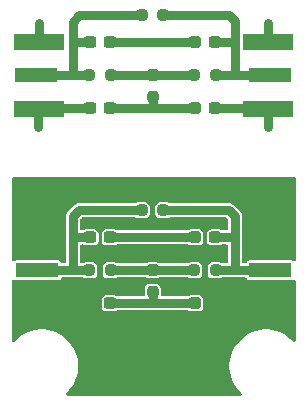
<source format=gbr>
%TF.GenerationSoftware,KiCad,Pcbnew,8.0.2*%
%TF.CreationDate,2025-01-11T01:23:29-03:00*%
%TF.ProjectId,preenfasis,70726565-6e66-4617-9369-732e6b696361,v1.3*%
%TF.SameCoordinates,Original*%
%TF.FileFunction,Copper,L1,Top*%
%TF.FilePolarity,Positive*%
%FSLAX46Y46*%
G04 Gerber Fmt 4.6, Leading zero omitted, Abs format (unit mm)*
G04 Created by KiCad (PCBNEW 8.0.2) date 2025-01-11 01:23:29*
%MOMM*%
%LPD*%
G01*
G04 APERTURE LIST*
G04 Aperture macros list*
%AMRoundRect*
0 Rectangle with rounded corners*
0 $1 Rounding radius*
0 $2 $3 $4 $5 $6 $7 $8 $9 X,Y pos of 4 corners*
0 Add a 4 corners polygon primitive as box body*
4,1,4,$2,$3,$4,$5,$6,$7,$8,$9,$2,$3,0*
0 Add four circle primitives for the rounded corners*
1,1,$1+$1,$2,$3*
1,1,$1+$1,$4,$5*
1,1,$1+$1,$6,$7*
1,1,$1+$1,$8,$9*
0 Add four rect primitives between the rounded corners*
20,1,$1+$1,$2,$3,$4,$5,0*
20,1,$1+$1,$4,$5,$6,$7,0*
20,1,$1+$1,$6,$7,$8,$9,0*
20,1,$1+$1,$8,$9,$2,$3,0*%
G04 Aperture macros list end*
%TA.AperFunction,SMDPad,CuDef*%
%ADD10RoundRect,0.237500X-0.287500X-0.237500X0.287500X-0.237500X0.287500X0.237500X-0.287500X0.237500X0*%
%TD*%
%TA.AperFunction,SMDPad,CuDef*%
%ADD11RoundRect,0.237500X-0.250000X-0.237500X0.250000X-0.237500X0.250000X0.237500X-0.250000X0.237500X0*%
%TD*%
%TA.AperFunction,SMDPad,CuDef*%
%ADD12RoundRect,0.237500X-0.237500X0.250000X-0.237500X-0.250000X0.237500X-0.250000X0.237500X0.250000X0*%
%TD*%
%TA.AperFunction,SMDPad,CuDef*%
%ADD13R,3.600000X1.270000*%
%TD*%
%TA.AperFunction,SMDPad,CuDef*%
%ADD14R,4.200000X1.350000*%
%TD*%
%TA.AperFunction,SMDPad,CuDef*%
%ADD15RoundRect,0.237500X-0.300000X-0.237500X0.300000X-0.237500X0.300000X0.237500X-0.300000X0.237500X0*%
%TD*%
%TA.AperFunction,ViaPad*%
%ADD16C,0.600000*%
%TD*%
%TA.AperFunction,Conductor*%
%ADD17C,0.800000*%
%TD*%
G04 APERTURE END LIST*
D10*
%TO.P,L2,1,1*%
%TO.N,Net-(C2-Pad2)*%
X115965000Y-91694000D03*
%TO.P,L2,2,2*%
%TO.N,Net-(J1-Ext)*%
X117715000Y-91694000D03*
%TD*%
D11*
%TO.P,R7,1*%
%TO.N,Net-(J3-In)*%
X107037500Y-72390000D03*
%TO.P,R7,2*%
%TO.N,Net-(R6-Pad1)*%
X108862500Y-72390000D03*
%TD*%
D10*
%TO.P,L1,1,1*%
%TO.N,Net-(C1-Pad2)*%
X115965000Y-86106000D03*
%TO.P,L1,2,2*%
%TO.N,Net-(J2-In)*%
X117715000Y-86106000D03*
%TD*%
D11*
%TO.P,R8,1*%
%TO.N,Net-(R6-Pad1)*%
X115927500Y-72390000D03*
%TO.P,R8,2*%
%TO.N,Net-(J4-In)*%
X117752500Y-72390000D03*
%TD*%
%TO.P,R4,1*%
%TO.N,Net-(R2-Pad1)*%
X115927500Y-88900000D03*
%TO.P,R4,2*%
%TO.N,Net-(J2-In)*%
X117752500Y-88900000D03*
%TD*%
D12*
%TO.P,R2,1*%
%TO.N,Net-(R2-Pad1)*%
X112395000Y-88900000D03*
%TO.P,R2,2*%
%TO.N,Net-(C2-Pad2)*%
X112395000Y-90725000D03*
%TD*%
D13*
%TO.P,J3,1,In*%
%TO.N,Net-(J3-In)*%
X102543000Y-72390000D03*
D14*
%TO.P,J3,2,Ext*%
%TO.N,Net-(J3-Ext)*%
X102743000Y-69565000D03*
X102743000Y-75215000D03*
%TD*%
D15*
%TO.P,C2,1*%
%TO.N,Net-(J1-Ext)*%
X107087500Y-91694000D03*
%TO.P,C2,2*%
%TO.N,Net-(C2-Pad2)*%
X108812500Y-91694000D03*
%TD*%
D11*
%TO.P,R1,1*%
%TO.N,Net-(J1-In)*%
X111482500Y-83820000D03*
%TO.P,R1,2*%
%TO.N,Net-(J2-In)*%
X113307500Y-83820000D03*
%TD*%
D15*
%TO.P,C1,1*%
%TO.N,Net-(J1-In)*%
X107087500Y-86106000D03*
%TO.P,C1,2*%
%TO.N,Net-(C1-Pad2)*%
X108812500Y-86106000D03*
%TD*%
%TO.P,C3,1*%
%TO.N,Net-(J3-In)*%
X107087500Y-69596000D03*
%TO.P,C3,2*%
%TO.N,Net-(C3-Pad2)*%
X108812500Y-69596000D03*
%TD*%
D10*
%TO.P,L3,1,1*%
%TO.N,Net-(C3-Pad2)*%
X115965000Y-69596000D03*
%TO.P,L3,2,2*%
%TO.N,Net-(J4-In)*%
X117715000Y-69596000D03*
%TD*%
D11*
%TO.P,R5,1*%
%TO.N,Net-(J3-In)*%
X111482500Y-67310000D03*
%TO.P,R5,2*%
%TO.N,Net-(J4-In)*%
X113307500Y-67310000D03*
%TD*%
D13*
%TO.P,J2,1,In*%
%TO.N,Net-(J2-In)*%
X122374000Y-88900000D03*
D14*
%TO.P,J2,2,Ext*%
%TO.N,Net-(J1-Ext)*%
X122174000Y-91725000D03*
X122174000Y-86075000D03*
%TD*%
D12*
%TO.P,R6,1*%
%TO.N,Net-(R6-Pad1)*%
X112395000Y-72390000D03*
%TO.P,R6,2*%
%TO.N,Net-(C4-Pad2)*%
X112395000Y-74215000D03*
%TD*%
D13*
%TO.P,J4,1,In*%
%TO.N,Net-(J4-In)*%
X122374000Y-72390000D03*
D14*
%TO.P,J4,2,Ext*%
%TO.N,Net-(J3-Ext)*%
X122174000Y-75215000D03*
X122174000Y-69565000D03*
%TD*%
D13*
%TO.P,J1,1,In*%
%TO.N,Net-(J1-In)*%
X102616000Y-88900000D03*
D14*
%TO.P,J1,2,Ext*%
%TO.N,Net-(J1-Ext)*%
X102816000Y-86075000D03*
X102816000Y-91725000D03*
%TD*%
D15*
%TO.P,C4,1*%
%TO.N,Net-(J3-Ext)*%
X107087500Y-75184000D03*
%TO.P,C4,2*%
%TO.N,Net-(C4-Pad2)*%
X108812500Y-75184000D03*
%TD*%
D11*
%TO.P,R3,1*%
%TO.N,Net-(J1-In)*%
X107037500Y-88900000D03*
%TO.P,R3,2*%
%TO.N,Net-(R2-Pad1)*%
X108862500Y-88900000D03*
%TD*%
D10*
%TO.P,L4,1,1*%
%TO.N,Net-(C4-Pad2)*%
X115965000Y-75184000D03*
%TO.P,L4,2,2*%
%TO.N,Net-(J3-Ext)*%
X117715000Y-75184000D03*
%TD*%
D16*
%TO.N,Net-(J1-Ext)*%
X115500000Y-90000000D03*
X112000000Y-85000000D03*
X122500000Y-87700000D03*
X113000000Y-82500000D03*
X113000000Y-85000000D03*
X118500000Y-93000000D03*
X120000000Y-83500000D03*
X104000000Y-87700000D03*
X104500000Y-84000000D03*
X105000000Y-83000000D03*
X109000000Y-85000000D03*
X116250000Y-92750000D03*
X121500000Y-87700000D03*
X116500000Y-90000000D03*
X101000000Y-90100000D03*
X115000000Y-82500000D03*
X116000000Y-85000000D03*
X119000000Y-82500000D03*
X102816000Y-84455000D03*
X107000000Y-87500000D03*
X113250000Y-92750000D03*
X117500000Y-90000000D03*
X122174000Y-93319600D03*
X120500000Y-87700000D03*
X114250000Y-92750000D03*
X110000000Y-82500000D03*
X107000000Y-85000000D03*
X117500000Y-93000000D03*
X106000000Y-93000000D03*
X104000000Y-90100000D03*
X110000000Y-87500000D03*
X111000000Y-85000000D03*
X119500000Y-90000000D03*
X115250000Y-92750000D03*
X121500000Y-90100000D03*
X122174000Y-84531200D03*
X111250000Y-92750000D03*
X119500000Y-93000000D03*
X112000000Y-87500000D03*
X118000000Y-87500000D03*
X110000000Y-85000000D03*
X122500000Y-90100000D03*
X103000000Y-90100000D03*
X120500000Y-90100000D03*
X123500000Y-90100000D03*
X117000000Y-87500000D03*
X107000000Y-93000000D03*
X109000000Y-82500000D03*
X120500000Y-84500000D03*
X118000000Y-85000000D03*
X114000000Y-82500000D03*
X115000000Y-85000000D03*
X110250000Y-92750000D03*
X108000000Y-82500000D03*
X117000000Y-82500000D03*
X116000000Y-87500000D03*
X108000000Y-85000000D03*
X102816000Y-93345000D03*
X117000000Y-85000000D03*
X105000000Y-90000000D03*
X116000000Y-82500000D03*
X113500000Y-90000000D03*
X108000000Y-87500000D03*
X102000000Y-90100000D03*
X107000000Y-82500000D03*
X111000000Y-87500000D03*
X115000000Y-87500000D03*
X113000000Y-87500000D03*
X112250000Y-92750000D03*
X109000000Y-87500000D03*
X106000000Y-82500000D03*
X101000000Y-87700000D03*
X114500000Y-90000000D03*
X103000000Y-87700000D03*
X118000000Y-82500000D03*
X110000000Y-90000000D03*
X109000000Y-90000000D03*
X111000000Y-90000000D03*
X112000000Y-82500000D03*
X123500000Y-87700000D03*
X107000000Y-90000000D03*
X111000000Y-82500000D03*
X109250000Y-92750000D03*
X114000000Y-85000000D03*
X106000000Y-90000000D03*
X118500000Y-90000000D03*
X102000000Y-87700000D03*
X108000000Y-90000000D03*
X114000000Y-87500000D03*
X108250000Y-92750000D03*
%TO.N,Net-(J3-Ext)*%
X102768400Y-67968500D03*
X122174000Y-67968500D03*
X122174000Y-76782300D03*
X102725000Y-76731500D03*
%TD*%
D17*
%TO.N,Net-(J1-In)*%
X105664000Y-86106000D02*
X105664000Y-84328000D01*
X105664000Y-88900000D02*
X107037500Y-88900000D01*
X106172000Y-83820000D02*
X111482500Y-83820000D01*
X105664000Y-84328000D02*
X106172000Y-83820000D01*
X102416000Y-88900000D02*
X105664000Y-88900000D01*
X105664000Y-88900000D02*
X105664000Y-86106000D01*
X107087500Y-86106000D02*
X105664000Y-86106000D01*
%TO.N,Net-(C1-Pad2)*%
X108812500Y-86106000D02*
X115965000Y-86106000D01*
%TO.N,Net-(C2-Pad2)*%
X112395000Y-90725000D02*
X112395000Y-91694000D01*
X108812500Y-91694000D02*
X112395000Y-91694000D01*
X112395000Y-91694000D02*
X115965000Y-91694000D01*
%TO.N,Net-(J1-Ext)*%
X122174000Y-86075000D02*
X122174000Y-84531200D01*
X102816000Y-93345000D02*
X102816000Y-91725000D01*
X117715000Y-91694000D02*
X122324000Y-91694000D01*
X122174000Y-91725000D02*
X122174000Y-93319600D01*
X102816000Y-84455000D02*
X102816000Y-86075000D01*
X107056500Y-91725000D02*
X107087500Y-91694000D01*
X102816000Y-91725000D02*
X107056500Y-91725000D01*
%TO.N,Net-(J2-In)*%
X122555000Y-88900000D02*
X119380000Y-88900000D01*
X119380000Y-84328000D02*
X118872000Y-83820000D01*
X119380000Y-88900000D02*
X117752500Y-88900000D01*
X118872000Y-83820000D02*
X113307500Y-83820000D01*
X119380000Y-86106000D02*
X119380000Y-88900000D01*
X119380000Y-86106000D02*
X119380000Y-84328000D01*
X117715000Y-86106000D02*
X119380000Y-86106000D01*
%TO.N,Net-(R2-Pad1)*%
X108862500Y-88900000D02*
X112395000Y-88900000D01*
X112395000Y-88900000D02*
X115927500Y-88900000D01*
%TO.N,Net-(J3-In)*%
X102362000Y-72390000D02*
X105664000Y-72390000D01*
X106195500Y-67310000D02*
X111482500Y-67310000D01*
X105664000Y-72390000D02*
X107037500Y-72390000D01*
X105664000Y-72390000D02*
X105664000Y-69596000D01*
X111482500Y-67310000D02*
X111506000Y-67310000D01*
X105664000Y-69596000D02*
X107087500Y-69596000D01*
X105664000Y-69596000D02*
X105664000Y-67841500D01*
X105664000Y-67841500D02*
X106195500Y-67310000D01*
%TO.N,Net-(C3-Pad2)*%
X115965000Y-69596000D02*
X108812500Y-69596000D01*
%TO.N,Net-(C4-Pad2)*%
X112395000Y-75184000D02*
X115965000Y-75184000D01*
X108812500Y-75184000D02*
X112395000Y-75184000D01*
X112395000Y-74215000D02*
X112395000Y-75184000D01*
%TO.N,Net-(J4-In)*%
X119380000Y-72390000D02*
X117752500Y-72390000D01*
X119380000Y-69596000D02*
X119380000Y-72390000D01*
X122628000Y-72390000D02*
X119380000Y-72390000D01*
X117715000Y-69596000D02*
X119380000Y-69596000D01*
X118872000Y-67310000D02*
X113307500Y-67310000D01*
X119380000Y-67818000D02*
X118872000Y-67310000D01*
X119380000Y-69596000D02*
X119380000Y-67818000D01*
%TO.N,Net-(R6-Pad1)*%
X108862500Y-72390000D02*
X115927500Y-72390000D01*
%TO.N,Net-(J3-Ext)*%
X102725000Y-75233000D02*
X102743000Y-75215000D01*
X102725000Y-76731500D02*
X102725000Y-75233000D01*
X107087500Y-75184000D02*
X102593000Y-75184000D01*
X122174000Y-69565000D02*
X122174000Y-67968500D01*
X117715000Y-75184000D02*
X122397000Y-75184000D01*
X122397000Y-75184000D02*
X122428000Y-75215000D01*
X102768400Y-67968500D02*
X102768400Y-69539600D01*
X102768400Y-69539600D02*
X102743000Y-69565000D01*
X102593000Y-75184000D02*
X102562000Y-75215000D01*
X122174000Y-76782300D02*
X122174000Y-75215000D01*
%TD*%
%TA.AperFunction,Conductor*%
%TO.N,Net-(J1-Ext)*%
G36*
X124443039Y-81019685D02*
G01*
X124488794Y-81072489D01*
X124500000Y-81124000D01*
X124500000Y-88009699D01*
X124480315Y-88076738D01*
X124427511Y-88122493D01*
X124358353Y-88132437D01*
X124307109Y-88112801D01*
X124252230Y-88076132D01*
X124252229Y-88076131D01*
X124193752Y-88064500D01*
X124193748Y-88064500D01*
X120554252Y-88064500D01*
X120554247Y-88064500D01*
X120495770Y-88076131D01*
X120495769Y-88076132D01*
X120429447Y-88120447D01*
X120385132Y-88186769D01*
X120385131Y-88186770D01*
X120382562Y-88199691D01*
X120350178Y-88261602D01*
X120289462Y-88296176D01*
X120260945Y-88299500D01*
X120104500Y-88299500D01*
X120037461Y-88279815D01*
X119991706Y-88227011D01*
X119980500Y-88175500D01*
X119980500Y-84248945D01*
X119980500Y-84248943D01*
X119939577Y-84096216D01*
X119939573Y-84096209D01*
X119860524Y-83959290D01*
X119860521Y-83959286D01*
X119860520Y-83959284D01*
X119748716Y-83847480D01*
X119748715Y-83847479D01*
X119744385Y-83843149D01*
X119744374Y-83843139D01*
X119359590Y-83458355D01*
X119359588Y-83458352D01*
X119240717Y-83339481D01*
X119240712Y-83339477D01*
X119119141Y-83269289D01*
X119119140Y-83269288D01*
X119112650Y-83265541D01*
X119103785Y-83260423D01*
X118951057Y-83219499D01*
X118792943Y-83219499D01*
X118785347Y-83219499D01*
X118785331Y-83219500D01*
X113844052Y-83219500D01*
X113777013Y-83199815D01*
X113770419Y-83195271D01*
X113764476Y-83190885D01*
X113764475Y-83190884D01*
X113764473Y-83190883D01*
X113639848Y-83147274D01*
X113639849Y-83147274D01*
X113610260Y-83144500D01*
X113610256Y-83144500D01*
X113004744Y-83144500D01*
X113004740Y-83144500D01*
X112975150Y-83147274D01*
X112850523Y-83190884D01*
X112744289Y-83269288D01*
X112744288Y-83269289D01*
X112665884Y-83375523D01*
X112622274Y-83500150D01*
X112619500Y-83529739D01*
X112619500Y-84110260D01*
X112622274Y-84139849D01*
X112665884Y-84264476D01*
X112744288Y-84370710D01*
X112744289Y-84370711D01*
X112850523Y-84449115D01*
X112850524Y-84449115D01*
X112850525Y-84449116D01*
X112975151Y-84492725D01*
X112975150Y-84492725D01*
X113004740Y-84495500D01*
X113004744Y-84495500D01*
X113610260Y-84495500D01*
X113639849Y-84492725D01*
X113764475Y-84449116D01*
X113770419Y-84444728D01*
X113836048Y-84420759D01*
X113844052Y-84420500D01*
X118571903Y-84420500D01*
X118638942Y-84440185D01*
X118659584Y-84456819D01*
X118743181Y-84540416D01*
X118776666Y-84601739D01*
X118779500Y-84628097D01*
X118779500Y-85381500D01*
X118759815Y-85448539D01*
X118707011Y-85494294D01*
X118655500Y-85505500D01*
X118289052Y-85505500D01*
X118222013Y-85485815D01*
X118215419Y-85481271D01*
X118209476Y-85476885D01*
X118209475Y-85476884D01*
X118209473Y-85476883D01*
X118084848Y-85433274D01*
X118084849Y-85433274D01*
X118055260Y-85430500D01*
X118055256Y-85430500D01*
X117374744Y-85430500D01*
X117374740Y-85430500D01*
X117345150Y-85433274D01*
X117220523Y-85476884D01*
X117114289Y-85555288D01*
X117114288Y-85555289D01*
X117035884Y-85661523D01*
X116992274Y-85786150D01*
X116989500Y-85815739D01*
X116989500Y-86396260D01*
X116992274Y-86425849D01*
X117035884Y-86550476D01*
X117114288Y-86656710D01*
X117114289Y-86656711D01*
X117220523Y-86735115D01*
X117220524Y-86735115D01*
X117220525Y-86735116D01*
X117345151Y-86778725D01*
X117345150Y-86778725D01*
X117374740Y-86781500D01*
X117374744Y-86781500D01*
X118055260Y-86781500D01*
X118084849Y-86778725D01*
X118209475Y-86735116D01*
X118215419Y-86730728D01*
X118281048Y-86706759D01*
X118289052Y-86706500D01*
X118655500Y-86706500D01*
X118722539Y-86726185D01*
X118768294Y-86778989D01*
X118779500Y-86830500D01*
X118779500Y-88175500D01*
X118759815Y-88242539D01*
X118707011Y-88288294D01*
X118655500Y-88299500D01*
X118289052Y-88299500D01*
X118222013Y-88279815D01*
X118215419Y-88275271D01*
X118209476Y-88270885D01*
X118209475Y-88270884D01*
X118209473Y-88270883D01*
X118084848Y-88227274D01*
X118084849Y-88227274D01*
X118055260Y-88224500D01*
X118055256Y-88224500D01*
X117449744Y-88224500D01*
X117449740Y-88224500D01*
X117420150Y-88227274D01*
X117295523Y-88270884D01*
X117189289Y-88349288D01*
X117189288Y-88349289D01*
X117110884Y-88455523D01*
X117067274Y-88580150D01*
X117064500Y-88609739D01*
X117064500Y-89190260D01*
X117067274Y-89219849D01*
X117110884Y-89344476D01*
X117189288Y-89450710D01*
X117189289Y-89450711D01*
X117295523Y-89529115D01*
X117295524Y-89529115D01*
X117295525Y-89529116D01*
X117420151Y-89572725D01*
X117420150Y-89572725D01*
X117449740Y-89575500D01*
X117449744Y-89575500D01*
X118055260Y-89575500D01*
X118084849Y-89572725D01*
X118209475Y-89529116D01*
X118215419Y-89524728D01*
X118281048Y-89500759D01*
X118289052Y-89500500D01*
X119300943Y-89500500D01*
X119459057Y-89500500D01*
X120260945Y-89500500D01*
X120327984Y-89520185D01*
X120373739Y-89572989D01*
X120382562Y-89600309D01*
X120385131Y-89613229D01*
X120385132Y-89613230D01*
X120429447Y-89679552D01*
X120495769Y-89723867D01*
X120495770Y-89723868D01*
X120554247Y-89735499D01*
X120554250Y-89735500D01*
X120554252Y-89735500D01*
X124193750Y-89735500D01*
X124193751Y-89735499D01*
X124208568Y-89732552D01*
X124252229Y-89723868D01*
X124252231Y-89723867D01*
X124307108Y-89687199D01*
X124373785Y-89666320D01*
X124441166Y-89684804D01*
X124487856Y-89736782D01*
X124500000Y-89790300D01*
X124500000Y-94815869D01*
X124480315Y-94882908D01*
X124427511Y-94928663D01*
X124358353Y-94938607D01*
X124294797Y-94909582D01*
X124288319Y-94903550D01*
X124069256Y-94684487D01*
X123797001Y-94467372D01*
X123796999Y-94467371D01*
X123502130Y-94282092D01*
X123188382Y-94130999D01*
X122859692Y-94015985D01*
X122859684Y-94015982D01*
X122605048Y-93957863D01*
X122520171Y-93938491D01*
X122520167Y-93938490D01*
X122520158Y-93938489D01*
X122174124Y-93899500D01*
X122174120Y-93899500D01*
X121825880Y-93899500D01*
X121825875Y-93899500D01*
X121479841Y-93938489D01*
X121479829Y-93938491D01*
X121140315Y-94015982D01*
X121140307Y-94015985D01*
X120811617Y-94130999D01*
X120497869Y-94282092D01*
X120203000Y-94467371D01*
X120202998Y-94467372D01*
X119930743Y-94684487D01*
X119684487Y-94930743D01*
X119467372Y-95202998D01*
X119467371Y-95203000D01*
X119282092Y-95497869D01*
X119130999Y-95811617D01*
X119015985Y-96140307D01*
X119015982Y-96140315D01*
X118938491Y-96479829D01*
X118938489Y-96479841D01*
X118899500Y-96825875D01*
X118899500Y-97174124D01*
X118938489Y-97520158D01*
X118938491Y-97520170D01*
X119015982Y-97859684D01*
X119015985Y-97859692D01*
X119130999Y-98188382D01*
X119282092Y-98502130D01*
X119467371Y-98796999D01*
X119467372Y-98797001D01*
X119684487Y-99069256D01*
X119903550Y-99288319D01*
X119937035Y-99349642D01*
X119932051Y-99419334D01*
X119890179Y-99475267D01*
X119824715Y-99499684D01*
X119815869Y-99500000D01*
X105184131Y-99500000D01*
X105117092Y-99480315D01*
X105071337Y-99427511D01*
X105061393Y-99358353D01*
X105090418Y-99294797D01*
X105096450Y-99288319D01*
X105315506Y-99069263D01*
X105532630Y-98796997D01*
X105717906Y-98502133D01*
X105869002Y-98188379D01*
X105984018Y-97859681D01*
X106061509Y-97520171D01*
X106100500Y-97174120D01*
X106100500Y-96825880D01*
X106061509Y-96479829D01*
X105984018Y-96140319D01*
X105869002Y-95811621D01*
X105717906Y-95497867D01*
X105532630Y-95203003D01*
X105532628Y-95203000D01*
X105532627Y-95202998D01*
X105315512Y-94930743D01*
X105069256Y-94684487D01*
X104797001Y-94467372D01*
X104796999Y-94467371D01*
X104502130Y-94282092D01*
X104188382Y-94130999D01*
X103859692Y-94015985D01*
X103859684Y-94015982D01*
X103605048Y-93957863D01*
X103520171Y-93938491D01*
X103520167Y-93938490D01*
X103520158Y-93938489D01*
X103174124Y-93899500D01*
X103174120Y-93899500D01*
X102825880Y-93899500D01*
X102825875Y-93899500D01*
X102479841Y-93938489D01*
X102479829Y-93938491D01*
X102140315Y-94015982D01*
X102140307Y-94015985D01*
X101811617Y-94130999D01*
X101497869Y-94282092D01*
X101203000Y-94467371D01*
X101202998Y-94467372D01*
X100930743Y-94684487D01*
X100930739Y-94684491D01*
X100711681Y-94903550D01*
X100650358Y-94937035D01*
X100580666Y-94932051D01*
X100524733Y-94890179D01*
X100500316Y-94824715D01*
X100500000Y-94815869D01*
X100500000Y-91403739D01*
X108074500Y-91403739D01*
X108074500Y-91984260D01*
X108077274Y-92013849D01*
X108120884Y-92138476D01*
X108199288Y-92244710D01*
X108199289Y-92244711D01*
X108305523Y-92323115D01*
X108305524Y-92323115D01*
X108305525Y-92323116D01*
X108430151Y-92366725D01*
X108430150Y-92366725D01*
X108459740Y-92369500D01*
X108459744Y-92369500D01*
X109165260Y-92369500D01*
X109194849Y-92366725D01*
X109319475Y-92323116D01*
X109325419Y-92318728D01*
X109391048Y-92294759D01*
X109399052Y-92294500D01*
X112315943Y-92294500D01*
X115390948Y-92294500D01*
X115457987Y-92314185D01*
X115464576Y-92318726D01*
X115470525Y-92323116D01*
X115595151Y-92366725D01*
X115595150Y-92366725D01*
X115624740Y-92369500D01*
X115624744Y-92369500D01*
X116305260Y-92369500D01*
X116334849Y-92366725D01*
X116459475Y-92323116D01*
X116565711Y-92244711D01*
X116644116Y-92138475D01*
X116687725Y-92013849D01*
X116690500Y-91984256D01*
X116690500Y-91403744D01*
X116687725Y-91374151D01*
X116644116Y-91249525D01*
X116565711Y-91143289D01*
X116497898Y-91093241D01*
X116459476Y-91064884D01*
X116334848Y-91021274D01*
X116334849Y-91021274D01*
X116305260Y-91018500D01*
X116305256Y-91018500D01*
X115624744Y-91018500D01*
X115624740Y-91018500D01*
X115595150Y-91021274D01*
X115470526Y-91064883D01*
X115470523Y-91064885D01*
X115464581Y-91069271D01*
X115398952Y-91093241D01*
X115390948Y-91093500D01*
X113194500Y-91093500D01*
X113127461Y-91073815D01*
X113081706Y-91021011D01*
X113070500Y-90969500D01*
X113070500Y-90422239D01*
X113067725Y-90392650D01*
X113024115Y-90268023D01*
X112945711Y-90161789D01*
X112945710Y-90161788D01*
X112839476Y-90083384D01*
X112714848Y-90039774D01*
X112714849Y-90039774D01*
X112685260Y-90037000D01*
X112685256Y-90037000D01*
X112104744Y-90037000D01*
X112104740Y-90037000D01*
X112075150Y-90039774D01*
X111950523Y-90083384D01*
X111844289Y-90161788D01*
X111844288Y-90161789D01*
X111765884Y-90268023D01*
X111722274Y-90392650D01*
X111719500Y-90422239D01*
X111719500Y-90969500D01*
X111699815Y-91036539D01*
X111647011Y-91082294D01*
X111595500Y-91093500D01*
X109399052Y-91093500D01*
X109332013Y-91073815D01*
X109325419Y-91069271D01*
X109319476Y-91064885D01*
X109319475Y-91064884D01*
X109319473Y-91064883D01*
X109194848Y-91021274D01*
X109194849Y-91021274D01*
X109165260Y-91018500D01*
X109165256Y-91018500D01*
X108459744Y-91018500D01*
X108459740Y-91018500D01*
X108430150Y-91021274D01*
X108305523Y-91064884D01*
X108199289Y-91143288D01*
X108199288Y-91143289D01*
X108120884Y-91249523D01*
X108077274Y-91374150D01*
X108074500Y-91403739D01*
X100500000Y-91403739D01*
X100500000Y-89796982D01*
X100519685Y-89729943D01*
X100572489Y-89684188D01*
X100641647Y-89674244D01*
X100692889Y-89693879D01*
X100737769Y-89723867D01*
X100737771Y-89723867D01*
X100737772Y-89723868D01*
X100737770Y-89723868D01*
X100796247Y-89735499D01*
X100796250Y-89735500D01*
X100796252Y-89735500D01*
X104435750Y-89735500D01*
X104435751Y-89735499D01*
X104450568Y-89732552D01*
X104494229Y-89723868D01*
X104494229Y-89723867D01*
X104494231Y-89723867D01*
X104560552Y-89679552D01*
X104604867Y-89613231D01*
X104604867Y-89613229D01*
X104604868Y-89613229D01*
X104607438Y-89600309D01*
X104639822Y-89538398D01*
X104700538Y-89503824D01*
X104729055Y-89500500D01*
X105584943Y-89500500D01*
X105743057Y-89500500D01*
X106500948Y-89500500D01*
X106567987Y-89520185D01*
X106574576Y-89524726D01*
X106580525Y-89529116D01*
X106705151Y-89572725D01*
X106705150Y-89572725D01*
X106734740Y-89575500D01*
X106734744Y-89575500D01*
X107340260Y-89575500D01*
X107369849Y-89572725D01*
X107494475Y-89529116D01*
X107600711Y-89450711D01*
X107679116Y-89344475D01*
X107722725Y-89219849D01*
X107725500Y-89190256D01*
X107725500Y-88609744D01*
X107725500Y-88609739D01*
X108174500Y-88609739D01*
X108174500Y-89190260D01*
X108177274Y-89219849D01*
X108220884Y-89344476D01*
X108299288Y-89450710D01*
X108299289Y-89450711D01*
X108405523Y-89529115D01*
X108405524Y-89529115D01*
X108405525Y-89529116D01*
X108530151Y-89572725D01*
X108530150Y-89572725D01*
X108559740Y-89575500D01*
X108559744Y-89575500D01*
X109165260Y-89575500D01*
X109194849Y-89572725D01*
X109319475Y-89529116D01*
X109325419Y-89524728D01*
X109391048Y-89500759D01*
X109399052Y-89500500D01*
X111854011Y-89500500D01*
X111921050Y-89520185D01*
X111927644Y-89524729D01*
X111950525Y-89541616D01*
X112075151Y-89585225D01*
X112075150Y-89585225D01*
X112104740Y-89588000D01*
X112104744Y-89588000D01*
X112685260Y-89588000D01*
X112714849Y-89585225D01*
X112749817Y-89572989D01*
X112839475Y-89541616D01*
X112862356Y-89524728D01*
X112927985Y-89500759D01*
X112935989Y-89500500D01*
X115390948Y-89500500D01*
X115457987Y-89520185D01*
X115464576Y-89524726D01*
X115470525Y-89529116D01*
X115595151Y-89572725D01*
X115595150Y-89572725D01*
X115624740Y-89575500D01*
X115624744Y-89575500D01*
X116230260Y-89575500D01*
X116259849Y-89572725D01*
X116384475Y-89529116D01*
X116490711Y-89450711D01*
X116569116Y-89344475D01*
X116612725Y-89219849D01*
X116615500Y-89190256D01*
X116615500Y-88609744D01*
X116612725Y-88580151D01*
X116569116Y-88455525D01*
X116490711Y-88349289D01*
X116422898Y-88299241D01*
X116384476Y-88270884D01*
X116259848Y-88227274D01*
X116259849Y-88227274D01*
X116230260Y-88224500D01*
X116230256Y-88224500D01*
X115624744Y-88224500D01*
X115624740Y-88224500D01*
X115595150Y-88227274D01*
X115470526Y-88270883D01*
X115470523Y-88270885D01*
X115464581Y-88275271D01*
X115398952Y-88299241D01*
X115390948Y-88299500D01*
X112935989Y-88299500D01*
X112868950Y-88279815D01*
X112862356Y-88275271D01*
X112839474Y-88258383D01*
X112714848Y-88214774D01*
X112714849Y-88214774D01*
X112685260Y-88212000D01*
X112685256Y-88212000D01*
X112104744Y-88212000D01*
X112104740Y-88212000D01*
X112075150Y-88214774D01*
X111950525Y-88258383D01*
X111927644Y-88275271D01*
X111862015Y-88299241D01*
X111854011Y-88299500D01*
X109399052Y-88299500D01*
X109332013Y-88279815D01*
X109325419Y-88275271D01*
X109319476Y-88270885D01*
X109319475Y-88270884D01*
X109319473Y-88270883D01*
X109194848Y-88227274D01*
X109194849Y-88227274D01*
X109165260Y-88224500D01*
X109165256Y-88224500D01*
X108559744Y-88224500D01*
X108559740Y-88224500D01*
X108530150Y-88227274D01*
X108405523Y-88270884D01*
X108299289Y-88349288D01*
X108299288Y-88349289D01*
X108220884Y-88455523D01*
X108177274Y-88580150D01*
X108174500Y-88609739D01*
X107725500Y-88609739D01*
X107722725Y-88580151D01*
X107679116Y-88455525D01*
X107600711Y-88349289D01*
X107532898Y-88299241D01*
X107494476Y-88270884D01*
X107369848Y-88227274D01*
X107369849Y-88227274D01*
X107340260Y-88224500D01*
X107340256Y-88224500D01*
X106734744Y-88224500D01*
X106734740Y-88224500D01*
X106705150Y-88227274D01*
X106580526Y-88270883D01*
X106580523Y-88270885D01*
X106574581Y-88275271D01*
X106508952Y-88299241D01*
X106500948Y-88299500D01*
X106388500Y-88299500D01*
X106321461Y-88279815D01*
X106275706Y-88227011D01*
X106264500Y-88175500D01*
X106264500Y-86830500D01*
X106284185Y-86763461D01*
X106336989Y-86717706D01*
X106388500Y-86706500D01*
X106500948Y-86706500D01*
X106567987Y-86726185D01*
X106574576Y-86730726D01*
X106580525Y-86735116D01*
X106705151Y-86778725D01*
X106705150Y-86778725D01*
X106734740Y-86781500D01*
X106734744Y-86781500D01*
X107440260Y-86781500D01*
X107469849Y-86778725D01*
X107594475Y-86735116D01*
X107700711Y-86656711D01*
X107779116Y-86550475D01*
X107822725Y-86425849D01*
X107825500Y-86396256D01*
X107825500Y-85815744D01*
X107825500Y-85815739D01*
X108074500Y-85815739D01*
X108074500Y-86396260D01*
X108077274Y-86425849D01*
X108120884Y-86550476D01*
X108199288Y-86656710D01*
X108199289Y-86656711D01*
X108305523Y-86735115D01*
X108305524Y-86735115D01*
X108305525Y-86735116D01*
X108430151Y-86778725D01*
X108430150Y-86778725D01*
X108459740Y-86781500D01*
X108459744Y-86781500D01*
X109165260Y-86781500D01*
X109194849Y-86778725D01*
X109319475Y-86735116D01*
X109325419Y-86730728D01*
X109391048Y-86706759D01*
X109399052Y-86706500D01*
X115390948Y-86706500D01*
X115457987Y-86726185D01*
X115464576Y-86730726D01*
X115470525Y-86735116D01*
X115595151Y-86778725D01*
X115595150Y-86778725D01*
X115624740Y-86781500D01*
X115624744Y-86781500D01*
X116305260Y-86781500D01*
X116334849Y-86778725D01*
X116459475Y-86735116D01*
X116565711Y-86656711D01*
X116644116Y-86550475D01*
X116687725Y-86425849D01*
X116690500Y-86396256D01*
X116690500Y-85815744D01*
X116687725Y-85786151D01*
X116644116Y-85661525D01*
X116565711Y-85555289D01*
X116497898Y-85505241D01*
X116459476Y-85476884D01*
X116334848Y-85433274D01*
X116334849Y-85433274D01*
X116305260Y-85430500D01*
X116305256Y-85430500D01*
X115624744Y-85430500D01*
X115624740Y-85430500D01*
X115595150Y-85433274D01*
X115470526Y-85476883D01*
X115470523Y-85476885D01*
X115464581Y-85481271D01*
X115398952Y-85505241D01*
X115390948Y-85505500D01*
X109399052Y-85505500D01*
X109332013Y-85485815D01*
X109325419Y-85481271D01*
X109319476Y-85476885D01*
X109319475Y-85476884D01*
X109319473Y-85476883D01*
X109194848Y-85433274D01*
X109194849Y-85433274D01*
X109165260Y-85430500D01*
X109165256Y-85430500D01*
X108459744Y-85430500D01*
X108459740Y-85430500D01*
X108430150Y-85433274D01*
X108305523Y-85476884D01*
X108199289Y-85555288D01*
X108199288Y-85555289D01*
X108120884Y-85661523D01*
X108077274Y-85786150D01*
X108074500Y-85815739D01*
X107825500Y-85815739D01*
X107822725Y-85786151D01*
X107779116Y-85661525D01*
X107700711Y-85555289D01*
X107632898Y-85505241D01*
X107594476Y-85476884D01*
X107469848Y-85433274D01*
X107469849Y-85433274D01*
X107440260Y-85430500D01*
X107440256Y-85430500D01*
X106734744Y-85430500D01*
X106734740Y-85430500D01*
X106705150Y-85433274D01*
X106580526Y-85476883D01*
X106580523Y-85476885D01*
X106574581Y-85481271D01*
X106508952Y-85505241D01*
X106500948Y-85505500D01*
X106388500Y-85505500D01*
X106321461Y-85485815D01*
X106275706Y-85433011D01*
X106264500Y-85381500D01*
X106264500Y-84628097D01*
X106284185Y-84561058D01*
X106300819Y-84540416D01*
X106384416Y-84456819D01*
X106445739Y-84423334D01*
X106472097Y-84420500D01*
X110945948Y-84420500D01*
X111012987Y-84440185D01*
X111019576Y-84444726D01*
X111025525Y-84449116D01*
X111150151Y-84492725D01*
X111150150Y-84492725D01*
X111179740Y-84495500D01*
X111179744Y-84495500D01*
X111785260Y-84495500D01*
X111814849Y-84492725D01*
X111939475Y-84449116D01*
X112045711Y-84370711D01*
X112124116Y-84264475D01*
X112167725Y-84139849D01*
X112170500Y-84110256D01*
X112170500Y-83529744D01*
X112167725Y-83500151D01*
X112124116Y-83375525D01*
X112045711Y-83269289D01*
X112033698Y-83260423D01*
X111939476Y-83190884D01*
X111814848Y-83147274D01*
X111814849Y-83147274D01*
X111785260Y-83144500D01*
X111785256Y-83144500D01*
X111179744Y-83144500D01*
X111179740Y-83144500D01*
X111150150Y-83147274D01*
X111025526Y-83190883D01*
X111025523Y-83190885D01*
X111019581Y-83195271D01*
X110953952Y-83219241D01*
X110945948Y-83219500D01*
X106092940Y-83219500D01*
X106052019Y-83230464D01*
X106052019Y-83230465D01*
X106014751Y-83240451D01*
X105940214Y-83260423D01*
X105940209Y-83260426D01*
X105803290Y-83339475D01*
X105803282Y-83339481D01*
X105183481Y-83959282D01*
X105183479Y-83959285D01*
X105133361Y-84046094D01*
X105133359Y-84046096D01*
X105104425Y-84096209D01*
X105104424Y-84096210D01*
X105092731Y-84139849D01*
X105063499Y-84248943D01*
X105063499Y-84248945D01*
X105063499Y-84417046D01*
X105063500Y-84417059D01*
X105063500Y-88175500D01*
X105043815Y-88242539D01*
X104991011Y-88288294D01*
X104939500Y-88299500D01*
X104729055Y-88299500D01*
X104662016Y-88279815D01*
X104616261Y-88227011D01*
X104607438Y-88199691D01*
X104604868Y-88186770D01*
X104604867Y-88186769D01*
X104560552Y-88120447D01*
X104494230Y-88076132D01*
X104494229Y-88076131D01*
X104435752Y-88064500D01*
X104435748Y-88064500D01*
X100796252Y-88064500D01*
X100796247Y-88064500D01*
X100737770Y-88076131D01*
X100737766Y-88076133D01*
X100692890Y-88106119D01*
X100626213Y-88126997D01*
X100558833Y-88108512D01*
X100512143Y-88056533D01*
X100500000Y-88003017D01*
X100500000Y-81124000D01*
X100519685Y-81056961D01*
X100572489Y-81011206D01*
X100624000Y-81000000D01*
X124376000Y-81000000D01*
X124443039Y-81019685D01*
G37*
%TD.AperFunction*%
%TD*%
M02*

</source>
